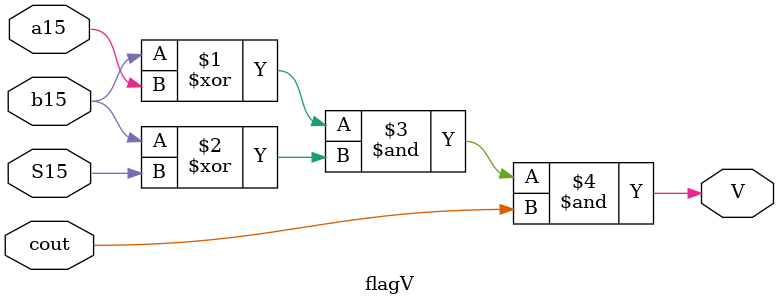
<source format=v>
`timescale 1ns / 1ps
module ALU(
    input M,
    input [15:0] A,
    input [15:0] B, 
    
    output cout,
	 output [15:0] S,
    output N,
    output Z,
    output C,
    output V
    );
    wire [14:0] cout_f; // internal carry declared as net
    wire [15:0] xb; // after xor

xor x1(xb[0],B[0],M);
xor x2(xb[1],B[1],M);
xor x3(xb[2],B[2],M);
xor x4(xb[3],B[3],M);
xor x5(xb[4],B[4],M);
xor x6(xb[5],B[5],M);
xor x7(xb[6],B[6],M);
xor x8(xb[7],B[7],M);
xor x9(xb[8],B[8],M);
xor x10(xb[9],B[9],M);
xor x11(xb[10],B[10],M);
xor x12(xb[11],B[11],M);
xor x13(xb[12],B[12],M);
xor x14(xb[13],B[13],M);
xor x15(xb[14],B[14],M);
xor x16(xb[15],B[15],M);

genvar i;
generate
    for (i = 0; i < 16; i = i + 1) begin : adders
        if (i == 0)
            fulladder adders(
            .A(A[i]),
            .B(xb[i]),
            .cin(M),
            .S(S[i]),
            .cout(cout_f[i])
            );
        else if (i == 15)
            fulladder adders(
            .A(A[i]),
            .B(xb[i]),
            .cin(cout_f[i-1]),
            .S(S[i]),
            .cout(cout)
            );
        else
            fulladder adders(
            .A(A[i]),
            .B(xb[i]),
            .cin(cout_f[i-1]),
            .S(S[i]),
            .cout(cout_f[i])
            );
    end
endgenerate

    flagN fN (.S15(S[15]));
    flagZ fZ (.S(S));
    flagC fC (.cout(cout));
    flagV fV (.a15(A[15]),.b15(B[15]),.cout(cout),.S15(S[15]));


endmodule

module flagN (
    input S15,
    output N
    );
    assign N = S15;    
endmodule

module flagZ (
    input [15:0]S,
    output Z
    );
    assign Z = (~(S[15]&S[14]&S[13]&S[12]&S[11]&S[10]&S[9]&S[8]&S[7]&S[6]&S[5]&S[4]&S[3]&S[2]&S[1]&S[0]));  
endmodule

module flagC (
    input cout,
    output C
    );
    assign C = cout;    
endmodule

module flagV (
    input a15,
    input b15,
    input cout,
    input S15,
    output V
    );
    assign V = (b15 ^ a15) & (b15^ S15) & cout;    
endmodule

</source>
